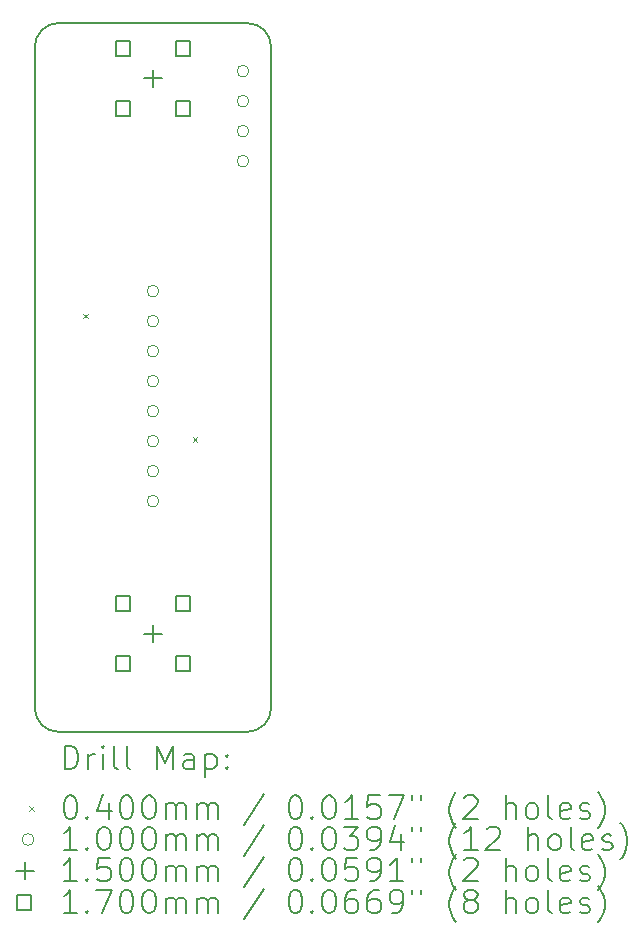
<source format=gbr>
%TF.GenerationSoftware,KiCad,Pcbnew,7.0.5*%
%TF.CreationDate,2023-06-23T15:01:13-05:00*%
%TF.ProjectId,Single.Channel.Amp,53696e67-6c65-42e4-9368-616e6e656c2e,rev?*%
%TF.SameCoordinates,Original*%
%TF.FileFunction,Drillmap*%
%TF.FilePolarity,Positive*%
%FSLAX45Y45*%
G04 Gerber Fmt 4.5, Leading zero omitted, Abs format (unit mm)*
G04 Created by KiCad (PCBNEW 7.0.5) date 2023-06-23 15:01:13*
%MOMM*%
%LPD*%
G01*
G04 APERTURE LIST*
%ADD10C,0.150000*%
%ADD11C,0.200000*%
%ADD12C,0.040000*%
%ADD13C,0.100000*%
%ADD14C,0.170000*%
G04 APERTURE END LIST*
D10*
X7300000Y-7531000D02*
G75*
G03*
X7500000Y-7331000I0J200000D01*
G01*
X5700000Y-1531000D02*
X7300000Y-1531000D01*
X5700000Y-7531000D02*
X7300000Y-7531000D01*
X5500000Y-7331000D02*
G75*
G03*
X5700000Y-7531000I200000J0D01*
G01*
X5500000Y-7331000D02*
X5500000Y-1731000D01*
X7500000Y-1731000D02*
X7500000Y-7331000D01*
X7500000Y-1731000D02*
G75*
G03*
X7300000Y-1531000I-200000J0D01*
G01*
X5700000Y-1531000D02*
G75*
G03*
X5500000Y-1731000I0J-200000D01*
G01*
D11*
D12*
X5907500Y-3991000D02*
X5947500Y-4031000D01*
X5947500Y-3991000D02*
X5907500Y-4031000D01*
X6835500Y-5034500D02*
X6875500Y-5074500D01*
X6875500Y-5034500D02*
X6835500Y-5074500D01*
D13*
X6550000Y-3800000D02*
G75*
G03*
X6550000Y-3800000I-50000J0D01*
G01*
X6550000Y-4054000D02*
G75*
G03*
X6550000Y-4054000I-50000J0D01*
G01*
X6550000Y-4308000D02*
G75*
G03*
X6550000Y-4308000I-50000J0D01*
G01*
X6550000Y-4562000D02*
G75*
G03*
X6550000Y-4562000I-50000J0D01*
G01*
X6550000Y-4816000D02*
G75*
G03*
X6550000Y-4816000I-50000J0D01*
G01*
X6550000Y-5070000D02*
G75*
G03*
X6550000Y-5070000I-50000J0D01*
G01*
X6550000Y-5324000D02*
G75*
G03*
X6550000Y-5324000I-50000J0D01*
G01*
X6550000Y-5578000D02*
G75*
G03*
X6550000Y-5578000I-50000J0D01*
G01*
X7312000Y-1937000D02*
G75*
G03*
X7312000Y-1937000I-50000J0D01*
G01*
X7312000Y-2191000D02*
G75*
G03*
X7312000Y-2191000I-50000J0D01*
G01*
X7312000Y-2445000D02*
G75*
G03*
X7312000Y-2445000I-50000J0D01*
G01*
X7312000Y-2699000D02*
G75*
G03*
X7312000Y-2699000I-50000J0D01*
G01*
D10*
X6500000Y-1925000D02*
X6500000Y-2075000D01*
X6425000Y-2000000D02*
X6575000Y-2000000D01*
X6500000Y-6625000D02*
X6500000Y-6775000D01*
X6425000Y-6700000D02*
X6575000Y-6700000D01*
D14*
X6306105Y-1806105D02*
X6306105Y-1685895D01*
X6185895Y-1685895D01*
X6185895Y-1806105D01*
X6306105Y-1806105D01*
X6306105Y-2314105D02*
X6306105Y-2193895D01*
X6185895Y-2193895D01*
X6185895Y-2314105D01*
X6306105Y-2314105D01*
X6306105Y-6506105D02*
X6306105Y-6385895D01*
X6185895Y-6385895D01*
X6185895Y-6506105D01*
X6306105Y-6506105D01*
X6306105Y-7014105D02*
X6306105Y-6893895D01*
X6185895Y-6893895D01*
X6185895Y-7014105D01*
X6306105Y-7014105D01*
X6814105Y-1806105D02*
X6814105Y-1685895D01*
X6693895Y-1685895D01*
X6693895Y-1806105D01*
X6814105Y-1806105D01*
X6814105Y-2314105D02*
X6814105Y-2193895D01*
X6693895Y-2193895D01*
X6693895Y-2314105D01*
X6814105Y-2314105D01*
X6814105Y-6506105D02*
X6814105Y-6385895D01*
X6693895Y-6385895D01*
X6693895Y-6506105D01*
X6814105Y-6506105D01*
X6814105Y-7014105D02*
X6814105Y-6893895D01*
X6693895Y-6893895D01*
X6693895Y-7014105D01*
X6814105Y-7014105D01*
D11*
X5753277Y-7849984D02*
X5753277Y-7649984D01*
X5753277Y-7649984D02*
X5800896Y-7649984D01*
X5800896Y-7649984D02*
X5829467Y-7659508D01*
X5829467Y-7659508D02*
X5848515Y-7678555D01*
X5848515Y-7678555D02*
X5858039Y-7697603D01*
X5858039Y-7697603D02*
X5867562Y-7735698D01*
X5867562Y-7735698D02*
X5867562Y-7764269D01*
X5867562Y-7764269D02*
X5858039Y-7802365D01*
X5858039Y-7802365D02*
X5848515Y-7821412D01*
X5848515Y-7821412D02*
X5829467Y-7840460D01*
X5829467Y-7840460D02*
X5800896Y-7849984D01*
X5800896Y-7849984D02*
X5753277Y-7849984D01*
X5953277Y-7849984D02*
X5953277Y-7716650D01*
X5953277Y-7754746D02*
X5962801Y-7735698D01*
X5962801Y-7735698D02*
X5972324Y-7726174D01*
X5972324Y-7726174D02*
X5991372Y-7716650D01*
X5991372Y-7716650D02*
X6010420Y-7716650D01*
X6077086Y-7849984D02*
X6077086Y-7716650D01*
X6077086Y-7649984D02*
X6067562Y-7659508D01*
X6067562Y-7659508D02*
X6077086Y-7669031D01*
X6077086Y-7669031D02*
X6086610Y-7659508D01*
X6086610Y-7659508D02*
X6077086Y-7649984D01*
X6077086Y-7649984D02*
X6077086Y-7669031D01*
X6200896Y-7849984D02*
X6181848Y-7840460D01*
X6181848Y-7840460D02*
X6172324Y-7821412D01*
X6172324Y-7821412D02*
X6172324Y-7649984D01*
X6305658Y-7849984D02*
X6286610Y-7840460D01*
X6286610Y-7840460D02*
X6277086Y-7821412D01*
X6277086Y-7821412D02*
X6277086Y-7649984D01*
X6534229Y-7849984D02*
X6534229Y-7649984D01*
X6534229Y-7649984D02*
X6600896Y-7792841D01*
X6600896Y-7792841D02*
X6667562Y-7649984D01*
X6667562Y-7649984D02*
X6667562Y-7849984D01*
X6848515Y-7849984D02*
X6848515Y-7745222D01*
X6848515Y-7745222D02*
X6838991Y-7726174D01*
X6838991Y-7726174D02*
X6819943Y-7716650D01*
X6819943Y-7716650D02*
X6781848Y-7716650D01*
X6781848Y-7716650D02*
X6762801Y-7726174D01*
X6848515Y-7840460D02*
X6829467Y-7849984D01*
X6829467Y-7849984D02*
X6781848Y-7849984D01*
X6781848Y-7849984D02*
X6762801Y-7840460D01*
X6762801Y-7840460D02*
X6753277Y-7821412D01*
X6753277Y-7821412D02*
X6753277Y-7802365D01*
X6753277Y-7802365D02*
X6762801Y-7783317D01*
X6762801Y-7783317D02*
X6781848Y-7773793D01*
X6781848Y-7773793D02*
X6829467Y-7773793D01*
X6829467Y-7773793D02*
X6848515Y-7764269D01*
X6943753Y-7716650D02*
X6943753Y-7916650D01*
X6943753Y-7726174D02*
X6962801Y-7716650D01*
X6962801Y-7716650D02*
X7000896Y-7716650D01*
X7000896Y-7716650D02*
X7019943Y-7726174D01*
X7019943Y-7726174D02*
X7029467Y-7735698D01*
X7029467Y-7735698D02*
X7038991Y-7754746D01*
X7038991Y-7754746D02*
X7038991Y-7811888D01*
X7038991Y-7811888D02*
X7029467Y-7830936D01*
X7029467Y-7830936D02*
X7019943Y-7840460D01*
X7019943Y-7840460D02*
X7000896Y-7849984D01*
X7000896Y-7849984D02*
X6962801Y-7849984D01*
X6962801Y-7849984D02*
X6943753Y-7840460D01*
X7124705Y-7830936D02*
X7134229Y-7840460D01*
X7134229Y-7840460D02*
X7124705Y-7849984D01*
X7124705Y-7849984D02*
X7115182Y-7840460D01*
X7115182Y-7840460D02*
X7124705Y-7830936D01*
X7124705Y-7830936D02*
X7124705Y-7849984D01*
X7124705Y-7726174D02*
X7134229Y-7735698D01*
X7134229Y-7735698D02*
X7124705Y-7745222D01*
X7124705Y-7745222D02*
X7115182Y-7735698D01*
X7115182Y-7735698D02*
X7124705Y-7726174D01*
X7124705Y-7726174D02*
X7124705Y-7745222D01*
D12*
X5452500Y-8158500D02*
X5492500Y-8198500D01*
X5492500Y-8158500D02*
X5452500Y-8198500D01*
D11*
X5791372Y-8069984D02*
X5810420Y-8069984D01*
X5810420Y-8069984D02*
X5829467Y-8079508D01*
X5829467Y-8079508D02*
X5838991Y-8089031D01*
X5838991Y-8089031D02*
X5848515Y-8108079D01*
X5848515Y-8108079D02*
X5858039Y-8146174D01*
X5858039Y-8146174D02*
X5858039Y-8193793D01*
X5858039Y-8193793D02*
X5848515Y-8231888D01*
X5848515Y-8231888D02*
X5838991Y-8250936D01*
X5838991Y-8250936D02*
X5829467Y-8260460D01*
X5829467Y-8260460D02*
X5810420Y-8269984D01*
X5810420Y-8269984D02*
X5791372Y-8269984D01*
X5791372Y-8269984D02*
X5772324Y-8260460D01*
X5772324Y-8260460D02*
X5762801Y-8250936D01*
X5762801Y-8250936D02*
X5753277Y-8231888D01*
X5753277Y-8231888D02*
X5743753Y-8193793D01*
X5743753Y-8193793D02*
X5743753Y-8146174D01*
X5743753Y-8146174D02*
X5753277Y-8108079D01*
X5753277Y-8108079D02*
X5762801Y-8089031D01*
X5762801Y-8089031D02*
X5772324Y-8079508D01*
X5772324Y-8079508D02*
X5791372Y-8069984D01*
X5943753Y-8250936D02*
X5953277Y-8260460D01*
X5953277Y-8260460D02*
X5943753Y-8269984D01*
X5943753Y-8269984D02*
X5934229Y-8260460D01*
X5934229Y-8260460D02*
X5943753Y-8250936D01*
X5943753Y-8250936D02*
X5943753Y-8269984D01*
X6124705Y-8136650D02*
X6124705Y-8269984D01*
X6077086Y-8060460D02*
X6029467Y-8203317D01*
X6029467Y-8203317D02*
X6153277Y-8203317D01*
X6267562Y-8069984D02*
X6286610Y-8069984D01*
X6286610Y-8069984D02*
X6305658Y-8079508D01*
X6305658Y-8079508D02*
X6315182Y-8089031D01*
X6315182Y-8089031D02*
X6324705Y-8108079D01*
X6324705Y-8108079D02*
X6334229Y-8146174D01*
X6334229Y-8146174D02*
X6334229Y-8193793D01*
X6334229Y-8193793D02*
X6324705Y-8231888D01*
X6324705Y-8231888D02*
X6315182Y-8250936D01*
X6315182Y-8250936D02*
X6305658Y-8260460D01*
X6305658Y-8260460D02*
X6286610Y-8269984D01*
X6286610Y-8269984D02*
X6267562Y-8269984D01*
X6267562Y-8269984D02*
X6248515Y-8260460D01*
X6248515Y-8260460D02*
X6238991Y-8250936D01*
X6238991Y-8250936D02*
X6229467Y-8231888D01*
X6229467Y-8231888D02*
X6219943Y-8193793D01*
X6219943Y-8193793D02*
X6219943Y-8146174D01*
X6219943Y-8146174D02*
X6229467Y-8108079D01*
X6229467Y-8108079D02*
X6238991Y-8089031D01*
X6238991Y-8089031D02*
X6248515Y-8079508D01*
X6248515Y-8079508D02*
X6267562Y-8069984D01*
X6458039Y-8069984D02*
X6477086Y-8069984D01*
X6477086Y-8069984D02*
X6496134Y-8079508D01*
X6496134Y-8079508D02*
X6505658Y-8089031D01*
X6505658Y-8089031D02*
X6515182Y-8108079D01*
X6515182Y-8108079D02*
X6524705Y-8146174D01*
X6524705Y-8146174D02*
X6524705Y-8193793D01*
X6524705Y-8193793D02*
X6515182Y-8231888D01*
X6515182Y-8231888D02*
X6505658Y-8250936D01*
X6505658Y-8250936D02*
X6496134Y-8260460D01*
X6496134Y-8260460D02*
X6477086Y-8269984D01*
X6477086Y-8269984D02*
X6458039Y-8269984D01*
X6458039Y-8269984D02*
X6438991Y-8260460D01*
X6438991Y-8260460D02*
X6429467Y-8250936D01*
X6429467Y-8250936D02*
X6419943Y-8231888D01*
X6419943Y-8231888D02*
X6410420Y-8193793D01*
X6410420Y-8193793D02*
X6410420Y-8146174D01*
X6410420Y-8146174D02*
X6419943Y-8108079D01*
X6419943Y-8108079D02*
X6429467Y-8089031D01*
X6429467Y-8089031D02*
X6438991Y-8079508D01*
X6438991Y-8079508D02*
X6458039Y-8069984D01*
X6610420Y-8269984D02*
X6610420Y-8136650D01*
X6610420Y-8155698D02*
X6619943Y-8146174D01*
X6619943Y-8146174D02*
X6638991Y-8136650D01*
X6638991Y-8136650D02*
X6667563Y-8136650D01*
X6667563Y-8136650D02*
X6686610Y-8146174D01*
X6686610Y-8146174D02*
X6696134Y-8165222D01*
X6696134Y-8165222D02*
X6696134Y-8269984D01*
X6696134Y-8165222D02*
X6705658Y-8146174D01*
X6705658Y-8146174D02*
X6724705Y-8136650D01*
X6724705Y-8136650D02*
X6753277Y-8136650D01*
X6753277Y-8136650D02*
X6772324Y-8146174D01*
X6772324Y-8146174D02*
X6781848Y-8165222D01*
X6781848Y-8165222D02*
X6781848Y-8269984D01*
X6877086Y-8269984D02*
X6877086Y-8136650D01*
X6877086Y-8155698D02*
X6886610Y-8146174D01*
X6886610Y-8146174D02*
X6905658Y-8136650D01*
X6905658Y-8136650D02*
X6934229Y-8136650D01*
X6934229Y-8136650D02*
X6953277Y-8146174D01*
X6953277Y-8146174D02*
X6962801Y-8165222D01*
X6962801Y-8165222D02*
X6962801Y-8269984D01*
X6962801Y-8165222D02*
X6972324Y-8146174D01*
X6972324Y-8146174D02*
X6991372Y-8136650D01*
X6991372Y-8136650D02*
X7019943Y-8136650D01*
X7019943Y-8136650D02*
X7038991Y-8146174D01*
X7038991Y-8146174D02*
X7048515Y-8165222D01*
X7048515Y-8165222D02*
X7048515Y-8269984D01*
X7438991Y-8060460D02*
X7267563Y-8317603D01*
X7696134Y-8069984D02*
X7715182Y-8069984D01*
X7715182Y-8069984D02*
X7734229Y-8079508D01*
X7734229Y-8079508D02*
X7743753Y-8089031D01*
X7743753Y-8089031D02*
X7753277Y-8108079D01*
X7753277Y-8108079D02*
X7762801Y-8146174D01*
X7762801Y-8146174D02*
X7762801Y-8193793D01*
X7762801Y-8193793D02*
X7753277Y-8231888D01*
X7753277Y-8231888D02*
X7743753Y-8250936D01*
X7743753Y-8250936D02*
X7734229Y-8260460D01*
X7734229Y-8260460D02*
X7715182Y-8269984D01*
X7715182Y-8269984D02*
X7696134Y-8269984D01*
X7696134Y-8269984D02*
X7677086Y-8260460D01*
X7677086Y-8260460D02*
X7667563Y-8250936D01*
X7667563Y-8250936D02*
X7658039Y-8231888D01*
X7658039Y-8231888D02*
X7648515Y-8193793D01*
X7648515Y-8193793D02*
X7648515Y-8146174D01*
X7648515Y-8146174D02*
X7658039Y-8108079D01*
X7658039Y-8108079D02*
X7667563Y-8089031D01*
X7667563Y-8089031D02*
X7677086Y-8079508D01*
X7677086Y-8079508D02*
X7696134Y-8069984D01*
X7848515Y-8250936D02*
X7858039Y-8260460D01*
X7858039Y-8260460D02*
X7848515Y-8269984D01*
X7848515Y-8269984D02*
X7838991Y-8260460D01*
X7838991Y-8260460D02*
X7848515Y-8250936D01*
X7848515Y-8250936D02*
X7848515Y-8269984D01*
X7981848Y-8069984D02*
X8000896Y-8069984D01*
X8000896Y-8069984D02*
X8019944Y-8079508D01*
X8019944Y-8079508D02*
X8029467Y-8089031D01*
X8029467Y-8089031D02*
X8038991Y-8108079D01*
X8038991Y-8108079D02*
X8048515Y-8146174D01*
X8048515Y-8146174D02*
X8048515Y-8193793D01*
X8048515Y-8193793D02*
X8038991Y-8231888D01*
X8038991Y-8231888D02*
X8029467Y-8250936D01*
X8029467Y-8250936D02*
X8019944Y-8260460D01*
X8019944Y-8260460D02*
X8000896Y-8269984D01*
X8000896Y-8269984D02*
X7981848Y-8269984D01*
X7981848Y-8269984D02*
X7962801Y-8260460D01*
X7962801Y-8260460D02*
X7953277Y-8250936D01*
X7953277Y-8250936D02*
X7943753Y-8231888D01*
X7943753Y-8231888D02*
X7934229Y-8193793D01*
X7934229Y-8193793D02*
X7934229Y-8146174D01*
X7934229Y-8146174D02*
X7943753Y-8108079D01*
X7943753Y-8108079D02*
X7953277Y-8089031D01*
X7953277Y-8089031D02*
X7962801Y-8079508D01*
X7962801Y-8079508D02*
X7981848Y-8069984D01*
X8238991Y-8269984D02*
X8124706Y-8269984D01*
X8181848Y-8269984D02*
X8181848Y-8069984D01*
X8181848Y-8069984D02*
X8162801Y-8098555D01*
X8162801Y-8098555D02*
X8143753Y-8117603D01*
X8143753Y-8117603D02*
X8124706Y-8127127D01*
X8419944Y-8069984D02*
X8324706Y-8069984D01*
X8324706Y-8069984D02*
X8315182Y-8165222D01*
X8315182Y-8165222D02*
X8324706Y-8155698D01*
X8324706Y-8155698D02*
X8343753Y-8146174D01*
X8343753Y-8146174D02*
X8391372Y-8146174D01*
X8391372Y-8146174D02*
X8410420Y-8155698D01*
X8410420Y-8155698D02*
X8419944Y-8165222D01*
X8419944Y-8165222D02*
X8429468Y-8184269D01*
X8429468Y-8184269D02*
X8429468Y-8231888D01*
X8429468Y-8231888D02*
X8419944Y-8250936D01*
X8419944Y-8250936D02*
X8410420Y-8260460D01*
X8410420Y-8260460D02*
X8391372Y-8269984D01*
X8391372Y-8269984D02*
X8343753Y-8269984D01*
X8343753Y-8269984D02*
X8324706Y-8260460D01*
X8324706Y-8260460D02*
X8315182Y-8250936D01*
X8496134Y-8069984D02*
X8629468Y-8069984D01*
X8629468Y-8069984D02*
X8543753Y-8269984D01*
X8696134Y-8069984D02*
X8696134Y-8108079D01*
X8772325Y-8069984D02*
X8772325Y-8108079D01*
X9067563Y-8346174D02*
X9058039Y-8336650D01*
X9058039Y-8336650D02*
X9038991Y-8308079D01*
X9038991Y-8308079D02*
X9029468Y-8289031D01*
X9029468Y-8289031D02*
X9019944Y-8260460D01*
X9019944Y-8260460D02*
X9010420Y-8212841D01*
X9010420Y-8212841D02*
X9010420Y-8174746D01*
X9010420Y-8174746D02*
X9019944Y-8127127D01*
X9019944Y-8127127D02*
X9029468Y-8098555D01*
X9029468Y-8098555D02*
X9038991Y-8079508D01*
X9038991Y-8079508D02*
X9058039Y-8050936D01*
X9058039Y-8050936D02*
X9067563Y-8041412D01*
X9134230Y-8089031D02*
X9143753Y-8079508D01*
X9143753Y-8079508D02*
X9162801Y-8069984D01*
X9162801Y-8069984D02*
X9210420Y-8069984D01*
X9210420Y-8069984D02*
X9229468Y-8079508D01*
X9229468Y-8079508D02*
X9238991Y-8089031D01*
X9238991Y-8089031D02*
X9248515Y-8108079D01*
X9248515Y-8108079D02*
X9248515Y-8127127D01*
X9248515Y-8127127D02*
X9238991Y-8155698D01*
X9238991Y-8155698D02*
X9124706Y-8269984D01*
X9124706Y-8269984D02*
X9248515Y-8269984D01*
X9486611Y-8269984D02*
X9486611Y-8069984D01*
X9572325Y-8269984D02*
X9572325Y-8165222D01*
X9572325Y-8165222D02*
X9562801Y-8146174D01*
X9562801Y-8146174D02*
X9543753Y-8136650D01*
X9543753Y-8136650D02*
X9515182Y-8136650D01*
X9515182Y-8136650D02*
X9496134Y-8146174D01*
X9496134Y-8146174D02*
X9486611Y-8155698D01*
X9696134Y-8269984D02*
X9677087Y-8260460D01*
X9677087Y-8260460D02*
X9667563Y-8250936D01*
X9667563Y-8250936D02*
X9658039Y-8231888D01*
X9658039Y-8231888D02*
X9658039Y-8174746D01*
X9658039Y-8174746D02*
X9667563Y-8155698D01*
X9667563Y-8155698D02*
X9677087Y-8146174D01*
X9677087Y-8146174D02*
X9696134Y-8136650D01*
X9696134Y-8136650D02*
X9724706Y-8136650D01*
X9724706Y-8136650D02*
X9743753Y-8146174D01*
X9743753Y-8146174D02*
X9753277Y-8155698D01*
X9753277Y-8155698D02*
X9762801Y-8174746D01*
X9762801Y-8174746D02*
X9762801Y-8231888D01*
X9762801Y-8231888D02*
X9753277Y-8250936D01*
X9753277Y-8250936D02*
X9743753Y-8260460D01*
X9743753Y-8260460D02*
X9724706Y-8269984D01*
X9724706Y-8269984D02*
X9696134Y-8269984D01*
X9877087Y-8269984D02*
X9858039Y-8260460D01*
X9858039Y-8260460D02*
X9848515Y-8241412D01*
X9848515Y-8241412D02*
X9848515Y-8069984D01*
X10029468Y-8260460D02*
X10010420Y-8269984D01*
X10010420Y-8269984D02*
X9972325Y-8269984D01*
X9972325Y-8269984D02*
X9953277Y-8260460D01*
X9953277Y-8260460D02*
X9943753Y-8241412D01*
X9943753Y-8241412D02*
X9943753Y-8165222D01*
X9943753Y-8165222D02*
X9953277Y-8146174D01*
X9953277Y-8146174D02*
X9972325Y-8136650D01*
X9972325Y-8136650D02*
X10010420Y-8136650D01*
X10010420Y-8136650D02*
X10029468Y-8146174D01*
X10029468Y-8146174D02*
X10038992Y-8165222D01*
X10038992Y-8165222D02*
X10038992Y-8184269D01*
X10038992Y-8184269D02*
X9943753Y-8203317D01*
X10115182Y-8260460D02*
X10134230Y-8269984D01*
X10134230Y-8269984D02*
X10172325Y-8269984D01*
X10172325Y-8269984D02*
X10191373Y-8260460D01*
X10191373Y-8260460D02*
X10200896Y-8241412D01*
X10200896Y-8241412D02*
X10200896Y-8231888D01*
X10200896Y-8231888D02*
X10191373Y-8212841D01*
X10191373Y-8212841D02*
X10172325Y-8203317D01*
X10172325Y-8203317D02*
X10143753Y-8203317D01*
X10143753Y-8203317D02*
X10124706Y-8193793D01*
X10124706Y-8193793D02*
X10115182Y-8174746D01*
X10115182Y-8174746D02*
X10115182Y-8165222D01*
X10115182Y-8165222D02*
X10124706Y-8146174D01*
X10124706Y-8146174D02*
X10143753Y-8136650D01*
X10143753Y-8136650D02*
X10172325Y-8136650D01*
X10172325Y-8136650D02*
X10191373Y-8146174D01*
X10267563Y-8346174D02*
X10277087Y-8336650D01*
X10277087Y-8336650D02*
X10296134Y-8308079D01*
X10296134Y-8308079D02*
X10305658Y-8289031D01*
X10305658Y-8289031D02*
X10315182Y-8260460D01*
X10315182Y-8260460D02*
X10324706Y-8212841D01*
X10324706Y-8212841D02*
X10324706Y-8174746D01*
X10324706Y-8174746D02*
X10315182Y-8127127D01*
X10315182Y-8127127D02*
X10305658Y-8098555D01*
X10305658Y-8098555D02*
X10296134Y-8079508D01*
X10296134Y-8079508D02*
X10277087Y-8050936D01*
X10277087Y-8050936D02*
X10267563Y-8041412D01*
D13*
X5492500Y-8442500D02*
G75*
G03*
X5492500Y-8442500I-50000J0D01*
G01*
D11*
X5858039Y-8533984D02*
X5743753Y-8533984D01*
X5800896Y-8533984D02*
X5800896Y-8333984D01*
X5800896Y-8333984D02*
X5781848Y-8362555D01*
X5781848Y-8362555D02*
X5762801Y-8381603D01*
X5762801Y-8381603D02*
X5743753Y-8391127D01*
X5943753Y-8514936D02*
X5953277Y-8524460D01*
X5953277Y-8524460D02*
X5943753Y-8533984D01*
X5943753Y-8533984D02*
X5934229Y-8524460D01*
X5934229Y-8524460D02*
X5943753Y-8514936D01*
X5943753Y-8514936D02*
X5943753Y-8533984D01*
X6077086Y-8333984D02*
X6096134Y-8333984D01*
X6096134Y-8333984D02*
X6115182Y-8343508D01*
X6115182Y-8343508D02*
X6124705Y-8353031D01*
X6124705Y-8353031D02*
X6134229Y-8372079D01*
X6134229Y-8372079D02*
X6143753Y-8410174D01*
X6143753Y-8410174D02*
X6143753Y-8457793D01*
X6143753Y-8457793D02*
X6134229Y-8495889D01*
X6134229Y-8495889D02*
X6124705Y-8514936D01*
X6124705Y-8514936D02*
X6115182Y-8524460D01*
X6115182Y-8524460D02*
X6096134Y-8533984D01*
X6096134Y-8533984D02*
X6077086Y-8533984D01*
X6077086Y-8533984D02*
X6058039Y-8524460D01*
X6058039Y-8524460D02*
X6048515Y-8514936D01*
X6048515Y-8514936D02*
X6038991Y-8495889D01*
X6038991Y-8495889D02*
X6029467Y-8457793D01*
X6029467Y-8457793D02*
X6029467Y-8410174D01*
X6029467Y-8410174D02*
X6038991Y-8372079D01*
X6038991Y-8372079D02*
X6048515Y-8353031D01*
X6048515Y-8353031D02*
X6058039Y-8343508D01*
X6058039Y-8343508D02*
X6077086Y-8333984D01*
X6267562Y-8333984D02*
X6286610Y-8333984D01*
X6286610Y-8333984D02*
X6305658Y-8343508D01*
X6305658Y-8343508D02*
X6315182Y-8353031D01*
X6315182Y-8353031D02*
X6324705Y-8372079D01*
X6324705Y-8372079D02*
X6334229Y-8410174D01*
X6334229Y-8410174D02*
X6334229Y-8457793D01*
X6334229Y-8457793D02*
X6324705Y-8495889D01*
X6324705Y-8495889D02*
X6315182Y-8514936D01*
X6315182Y-8514936D02*
X6305658Y-8524460D01*
X6305658Y-8524460D02*
X6286610Y-8533984D01*
X6286610Y-8533984D02*
X6267562Y-8533984D01*
X6267562Y-8533984D02*
X6248515Y-8524460D01*
X6248515Y-8524460D02*
X6238991Y-8514936D01*
X6238991Y-8514936D02*
X6229467Y-8495889D01*
X6229467Y-8495889D02*
X6219943Y-8457793D01*
X6219943Y-8457793D02*
X6219943Y-8410174D01*
X6219943Y-8410174D02*
X6229467Y-8372079D01*
X6229467Y-8372079D02*
X6238991Y-8353031D01*
X6238991Y-8353031D02*
X6248515Y-8343508D01*
X6248515Y-8343508D02*
X6267562Y-8333984D01*
X6458039Y-8333984D02*
X6477086Y-8333984D01*
X6477086Y-8333984D02*
X6496134Y-8343508D01*
X6496134Y-8343508D02*
X6505658Y-8353031D01*
X6505658Y-8353031D02*
X6515182Y-8372079D01*
X6515182Y-8372079D02*
X6524705Y-8410174D01*
X6524705Y-8410174D02*
X6524705Y-8457793D01*
X6524705Y-8457793D02*
X6515182Y-8495889D01*
X6515182Y-8495889D02*
X6505658Y-8514936D01*
X6505658Y-8514936D02*
X6496134Y-8524460D01*
X6496134Y-8524460D02*
X6477086Y-8533984D01*
X6477086Y-8533984D02*
X6458039Y-8533984D01*
X6458039Y-8533984D02*
X6438991Y-8524460D01*
X6438991Y-8524460D02*
X6429467Y-8514936D01*
X6429467Y-8514936D02*
X6419943Y-8495889D01*
X6419943Y-8495889D02*
X6410420Y-8457793D01*
X6410420Y-8457793D02*
X6410420Y-8410174D01*
X6410420Y-8410174D02*
X6419943Y-8372079D01*
X6419943Y-8372079D02*
X6429467Y-8353031D01*
X6429467Y-8353031D02*
X6438991Y-8343508D01*
X6438991Y-8343508D02*
X6458039Y-8333984D01*
X6610420Y-8533984D02*
X6610420Y-8400650D01*
X6610420Y-8419698D02*
X6619943Y-8410174D01*
X6619943Y-8410174D02*
X6638991Y-8400650D01*
X6638991Y-8400650D02*
X6667563Y-8400650D01*
X6667563Y-8400650D02*
X6686610Y-8410174D01*
X6686610Y-8410174D02*
X6696134Y-8429222D01*
X6696134Y-8429222D02*
X6696134Y-8533984D01*
X6696134Y-8429222D02*
X6705658Y-8410174D01*
X6705658Y-8410174D02*
X6724705Y-8400650D01*
X6724705Y-8400650D02*
X6753277Y-8400650D01*
X6753277Y-8400650D02*
X6772324Y-8410174D01*
X6772324Y-8410174D02*
X6781848Y-8429222D01*
X6781848Y-8429222D02*
X6781848Y-8533984D01*
X6877086Y-8533984D02*
X6877086Y-8400650D01*
X6877086Y-8419698D02*
X6886610Y-8410174D01*
X6886610Y-8410174D02*
X6905658Y-8400650D01*
X6905658Y-8400650D02*
X6934229Y-8400650D01*
X6934229Y-8400650D02*
X6953277Y-8410174D01*
X6953277Y-8410174D02*
X6962801Y-8429222D01*
X6962801Y-8429222D02*
X6962801Y-8533984D01*
X6962801Y-8429222D02*
X6972324Y-8410174D01*
X6972324Y-8410174D02*
X6991372Y-8400650D01*
X6991372Y-8400650D02*
X7019943Y-8400650D01*
X7019943Y-8400650D02*
X7038991Y-8410174D01*
X7038991Y-8410174D02*
X7048515Y-8429222D01*
X7048515Y-8429222D02*
X7048515Y-8533984D01*
X7438991Y-8324460D02*
X7267563Y-8581603D01*
X7696134Y-8333984D02*
X7715182Y-8333984D01*
X7715182Y-8333984D02*
X7734229Y-8343508D01*
X7734229Y-8343508D02*
X7743753Y-8353031D01*
X7743753Y-8353031D02*
X7753277Y-8372079D01*
X7753277Y-8372079D02*
X7762801Y-8410174D01*
X7762801Y-8410174D02*
X7762801Y-8457793D01*
X7762801Y-8457793D02*
X7753277Y-8495889D01*
X7753277Y-8495889D02*
X7743753Y-8514936D01*
X7743753Y-8514936D02*
X7734229Y-8524460D01*
X7734229Y-8524460D02*
X7715182Y-8533984D01*
X7715182Y-8533984D02*
X7696134Y-8533984D01*
X7696134Y-8533984D02*
X7677086Y-8524460D01*
X7677086Y-8524460D02*
X7667563Y-8514936D01*
X7667563Y-8514936D02*
X7658039Y-8495889D01*
X7658039Y-8495889D02*
X7648515Y-8457793D01*
X7648515Y-8457793D02*
X7648515Y-8410174D01*
X7648515Y-8410174D02*
X7658039Y-8372079D01*
X7658039Y-8372079D02*
X7667563Y-8353031D01*
X7667563Y-8353031D02*
X7677086Y-8343508D01*
X7677086Y-8343508D02*
X7696134Y-8333984D01*
X7848515Y-8514936D02*
X7858039Y-8524460D01*
X7858039Y-8524460D02*
X7848515Y-8533984D01*
X7848515Y-8533984D02*
X7838991Y-8524460D01*
X7838991Y-8524460D02*
X7848515Y-8514936D01*
X7848515Y-8514936D02*
X7848515Y-8533984D01*
X7981848Y-8333984D02*
X8000896Y-8333984D01*
X8000896Y-8333984D02*
X8019944Y-8343508D01*
X8019944Y-8343508D02*
X8029467Y-8353031D01*
X8029467Y-8353031D02*
X8038991Y-8372079D01*
X8038991Y-8372079D02*
X8048515Y-8410174D01*
X8048515Y-8410174D02*
X8048515Y-8457793D01*
X8048515Y-8457793D02*
X8038991Y-8495889D01*
X8038991Y-8495889D02*
X8029467Y-8514936D01*
X8029467Y-8514936D02*
X8019944Y-8524460D01*
X8019944Y-8524460D02*
X8000896Y-8533984D01*
X8000896Y-8533984D02*
X7981848Y-8533984D01*
X7981848Y-8533984D02*
X7962801Y-8524460D01*
X7962801Y-8524460D02*
X7953277Y-8514936D01*
X7953277Y-8514936D02*
X7943753Y-8495889D01*
X7943753Y-8495889D02*
X7934229Y-8457793D01*
X7934229Y-8457793D02*
X7934229Y-8410174D01*
X7934229Y-8410174D02*
X7943753Y-8372079D01*
X7943753Y-8372079D02*
X7953277Y-8353031D01*
X7953277Y-8353031D02*
X7962801Y-8343508D01*
X7962801Y-8343508D02*
X7981848Y-8333984D01*
X8115182Y-8333984D02*
X8238991Y-8333984D01*
X8238991Y-8333984D02*
X8172325Y-8410174D01*
X8172325Y-8410174D02*
X8200896Y-8410174D01*
X8200896Y-8410174D02*
X8219944Y-8419698D01*
X8219944Y-8419698D02*
X8229467Y-8429222D01*
X8229467Y-8429222D02*
X8238991Y-8448270D01*
X8238991Y-8448270D02*
X8238991Y-8495889D01*
X8238991Y-8495889D02*
X8229467Y-8514936D01*
X8229467Y-8514936D02*
X8219944Y-8524460D01*
X8219944Y-8524460D02*
X8200896Y-8533984D01*
X8200896Y-8533984D02*
X8143753Y-8533984D01*
X8143753Y-8533984D02*
X8124706Y-8524460D01*
X8124706Y-8524460D02*
X8115182Y-8514936D01*
X8334229Y-8533984D02*
X8372325Y-8533984D01*
X8372325Y-8533984D02*
X8391372Y-8524460D01*
X8391372Y-8524460D02*
X8400896Y-8514936D01*
X8400896Y-8514936D02*
X8419944Y-8486365D01*
X8419944Y-8486365D02*
X8429468Y-8448270D01*
X8429468Y-8448270D02*
X8429468Y-8372079D01*
X8429468Y-8372079D02*
X8419944Y-8353031D01*
X8419944Y-8353031D02*
X8410420Y-8343508D01*
X8410420Y-8343508D02*
X8391372Y-8333984D01*
X8391372Y-8333984D02*
X8353277Y-8333984D01*
X8353277Y-8333984D02*
X8334229Y-8343508D01*
X8334229Y-8343508D02*
X8324706Y-8353031D01*
X8324706Y-8353031D02*
X8315182Y-8372079D01*
X8315182Y-8372079D02*
X8315182Y-8419698D01*
X8315182Y-8419698D02*
X8324706Y-8438746D01*
X8324706Y-8438746D02*
X8334229Y-8448270D01*
X8334229Y-8448270D02*
X8353277Y-8457793D01*
X8353277Y-8457793D02*
X8391372Y-8457793D01*
X8391372Y-8457793D02*
X8410420Y-8448270D01*
X8410420Y-8448270D02*
X8419944Y-8438746D01*
X8419944Y-8438746D02*
X8429468Y-8419698D01*
X8600896Y-8400650D02*
X8600896Y-8533984D01*
X8553277Y-8324460D02*
X8505658Y-8467317D01*
X8505658Y-8467317D02*
X8629468Y-8467317D01*
X8696134Y-8333984D02*
X8696134Y-8372079D01*
X8772325Y-8333984D02*
X8772325Y-8372079D01*
X9067563Y-8610174D02*
X9058039Y-8600650D01*
X9058039Y-8600650D02*
X9038991Y-8572079D01*
X9038991Y-8572079D02*
X9029468Y-8553031D01*
X9029468Y-8553031D02*
X9019944Y-8524460D01*
X9019944Y-8524460D02*
X9010420Y-8476841D01*
X9010420Y-8476841D02*
X9010420Y-8438746D01*
X9010420Y-8438746D02*
X9019944Y-8391127D01*
X9019944Y-8391127D02*
X9029468Y-8362555D01*
X9029468Y-8362555D02*
X9038991Y-8343508D01*
X9038991Y-8343508D02*
X9058039Y-8314936D01*
X9058039Y-8314936D02*
X9067563Y-8305412D01*
X9248515Y-8533984D02*
X9134230Y-8533984D01*
X9191372Y-8533984D02*
X9191372Y-8333984D01*
X9191372Y-8333984D02*
X9172325Y-8362555D01*
X9172325Y-8362555D02*
X9153277Y-8381603D01*
X9153277Y-8381603D02*
X9134230Y-8391127D01*
X9324706Y-8353031D02*
X9334230Y-8343508D01*
X9334230Y-8343508D02*
X9353277Y-8333984D01*
X9353277Y-8333984D02*
X9400896Y-8333984D01*
X9400896Y-8333984D02*
X9419944Y-8343508D01*
X9419944Y-8343508D02*
X9429468Y-8353031D01*
X9429468Y-8353031D02*
X9438991Y-8372079D01*
X9438991Y-8372079D02*
X9438991Y-8391127D01*
X9438991Y-8391127D02*
X9429468Y-8419698D01*
X9429468Y-8419698D02*
X9315182Y-8533984D01*
X9315182Y-8533984D02*
X9438991Y-8533984D01*
X9677087Y-8533984D02*
X9677087Y-8333984D01*
X9762801Y-8533984D02*
X9762801Y-8429222D01*
X9762801Y-8429222D02*
X9753277Y-8410174D01*
X9753277Y-8410174D02*
X9734230Y-8400650D01*
X9734230Y-8400650D02*
X9705658Y-8400650D01*
X9705658Y-8400650D02*
X9686611Y-8410174D01*
X9686611Y-8410174D02*
X9677087Y-8419698D01*
X9886611Y-8533984D02*
X9867563Y-8524460D01*
X9867563Y-8524460D02*
X9858039Y-8514936D01*
X9858039Y-8514936D02*
X9848515Y-8495889D01*
X9848515Y-8495889D02*
X9848515Y-8438746D01*
X9848515Y-8438746D02*
X9858039Y-8419698D01*
X9858039Y-8419698D02*
X9867563Y-8410174D01*
X9867563Y-8410174D02*
X9886611Y-8400650D01*
X9886611Y-8400650D02*
X9915182Y-8400650D01*
X9915182Y-8400650D02*
X9934230Y-8410174D01*
X9934230Y-8410174D02*
X9943753Y-8419698D01*
X9943753Y-8419698D02*
X9953277Y-8438746D01*
X9953277Y-8438746D02*
X9953277Y-8495889D01*
X9953277Y-8495889D02*
X9943753Y-8514936D01*
X9943753Y-8514936D02*
X9934230Y-8524460D01*
X9934230Y-8524460D02*
X9915182Y-8533984D01*
X9915182Y-8533984D02*
X9886611Y-8533984D01*
X10067563Y-8533984D02*
X10048515Y-8524460D01*
X10048515Y-8524460D02*
X10038992Y-8505412D01*
X10038992Y-8505412D02*
X10038992Y-8333984D01*
X10219944Y-8524460D02*
X10200896Y-8533984D01*
X10200896Y-8533984D02*
X10162801Y-8533984D01*
X10162801Y-8533984D02*
X10143753Y-8524460D01*
X10143753Y-8524460D02*
X10134230Y-8505412D01*
X10134230Y-8505412D02*
X10134230Y-8429222D01*
X10134230Y-8429222D02*
X10143753Y-8410174D01*
X10143753Y-8410174D02*
X10162801Y-8400650D01*
X10162801Y-8400650D02*
X10200896Y-8400650D01*
X10200896Y-8400650D02*
X10219944Y-8410174D01*
X10219944Y-8410174D02*
X10229468Y-8429222D01*
X10229468Y-8429222D02*
X10229468Y-8448270D01*
X10229468Y-8448270D02*
X10134230Y-8467317D01*
X10305658Y-8524460D02*
X10324706Y-8533984D01*
X10324706Y-8533984D02*
X10362801Y-8533984D01*
X10362801Y-8533984D02*
X10381849Y-8524460D01*
X10381849Y-8524460D02*
X10391373Y-8505412D01*
X10391373Y-8505412D02*
X10391373Y-8495889D01*
X10391373Y-8495889D02*
X10381849Y-8476841D01*
X10381849Y-8476841D02*
X10362801Y-8467317D01*
X10362801Y-8467317D02*
X10334230Y-8467317D01*
X10334230Y-8467317D02*
X10315182Y-8457793D01*
X10315182Y-8457793D02*
X10305658Y-8438746D01*
X10305658Y-8438746D02*
X10305658Y-8429222D01*
X10305658Y-8429222D02*
X10315182Y-8410174D01*
X10315182Y-8410174D02*
X10334230Y-8400650D01*
X10334230Y-8400650D02*
X10362801Y-8400650D01*
X10362801Y-8400650D02*
X10381849Y-8410174D01*
X10458039Y-8610174D02*
X10467563Y-8600650D01*
X10467563Y-8600650D02*
X10486611Y-8572079D01*
X10486611Y-8572079D02*
X10496134Y-8553031D01*
X10496134Y-8553031D02*
X10505658Y-8524460D01*
X10505658Y-8524460D02*
X10515182Y-8476841D01*
X10515182Y-8476841D02*
X10515182Y-8438746D01*
X10515182Y-8438746D02*
X10505658Y-8391127D01*
X10505658Y-8391127D02*
X10496134Y-8362555D01*
X10496134Y-8362555D02*
X10486611Y-8343508D01*
X10486611Y-8343508D02*
X10467563Y-8314936D01*
X10467563Y-8314936D02*
X10458039Y-8305412D01*
D10*
X5417500Y-8631500D02*
X5417500Y-8781500D01*
X5342500Y-8706500D02*
X5492500Y-8706500D01*
D11*
X5858039Y-8797984D02*
X5743753Y-8797984D01*
X5800896Y-8797984D02*
X5800896Y-8597984D01*
X5800896Y-8597984D02*
X5781848Y-8626555D01*
X5781848Y-8626555D02*
X5762801Y-8645603D01*
X5762801Y-8645603D02*
X5743753Y-8655127D01*
X5943753Y-8778936D02*
X5953277Y-8788460D01*
X5953277Y-8788460D02*
X5943753Y-8797984D01*
X5943753Y-8797984D02*
X5934229Y-8788460D01*
X5934229Y-8788460D02*
X5943753Y-8778936D01*
X5943753Y-8778936D02*
X5943753Y-8797984D01*
X6134229Y-8597984D02*
X6038991Y-8597984D01*
X6038991Y-8597984D02*
X6029467Y-8693222D01*
X6029467Y-8693222D02*
X6038991Y-8683698D01*
X6038991Y-8683698D02*
X6058039Y-8674174D01*
X6058039Y-8674174D02*
X6105658Y-8674174D01*
X6105658Y-8674174D02*
X6124705Y-8683698D01*
X6124705Y-8683698D02*
X6134229Y-8693222D01*
X6134229Y-8693222D02*
X6143753Y-8712270D01*
X6143753Y-8712270D02*
X6143753Y-8759889D01*
X6143753Y-8759889D02*
X6134229Y-8778936D01*
X6134229Y-8778936D02*
X6124705Y-8788460D01*
X6124705Y-8788460D02*
X6105658Y-8797984D01*
X6105658Y-8797984D02*
X6058039Y-8797984D01*
X6058039Y-8797984D02*
X6038991Y-8788460D01*
X6038991Y-8788460D02*
X6029467Y-8778936D01*
X6267562Y-8597984D02*
X6286610Y-8597984D01*
X6286610Y-8597984D02*
X6305658Y-8607508D01*
X6305658Y-8607508D02*
X6315182Y-8617031D01*
X6315182Y-8617031D02*
X6324705Y-8636079D01*
X6324705Y-8636079D02*
X6334229Y-8674174D01*
X6334229Y-8674174D02*
X6334229Y-8721793D01*
X6334229Y-8721793D02*
X6324705Y-8759889D01*
X6324705Y-8759889D02*
X6315182Y-8778936D01*
X6315182Y-8778936D02*
X6305658Y-8788460D01*
X6305658Y-8788460D02*
X6286610Y-8797984D01*
X6286610Y-8797984D02*
X6267562Y-8797984D01*
X6267562Y-8797984D02*
X6248515Y-8788460D01*
X6248515Y-8788460D02*
X6238991Y-8778936D01*
X6238991Y-8778936D02*
X6229467Y-8759889D01*
X6229467Y-8759889D02*
X6219943Y-8721793D01*
X6219943Y-8721793D02*
X6219943Y-8674174D01*
X6219943Y-8674174D02*
X6229467Y-8636079D01*
X6229467Y-8636079D02*
X6238991Y-8617031D01*
X6238991Y-8617031D02*
X6248515Y-8607508D01*
X6248515Y-8607508D02*
X6267562Y-8597984D01*
X6458039Y-8597984D02*
X6477086Y-8597984D01*
X6477086Y-8597984D02*
X6496134Y-8607508D01*
X6496134Y-8607508D02*
X6505658Y-8617031D01*
X6505658Y-8617031D02*
X6515182Y-8636079D01*
X6515182Y-8636079D02*
X6524705Y-8674174D01*
X6524705Y-8674174D02*
X6524705Y-8721793D01*
X6524705Y-8721793D02*
X6515182Y-8759889D01*
X6515182Y-8759889D02*
X6505658Y-8778936D01*
X6505658Y-8778936D02*
X6496134Y-8788460D01*
X6496134Y-8788460D02*
X6477086Y-8797984D01*
X6477086Y-8797984D02*
X6458039Y-8797984D01*
X6458039Y-8797984D02*
X6438991Y-8788460D01*
X6438991Y-8788460D02*
X6429467Y-8778936D01*
X6429467Y-8778936D02*
X6419943Y-8759889D01*
X6419943Y-8759889D02*
X6410420Y-8721793D01*
X6410420Y-8721793D02*
X6410420Y-8674174D01*
X6410420Y-8674174D02*
X6419943Y-8636079D01*
X6419943Y-8636079D02*
X6429467Y-8617031D01*
X6429467Y-8617031D02*
X6438991Y-8607508D01*
X6438991Y-8607508D02*
X6458039Y-8597984D01*
X6610420Y-8797984D02*
X6610420Y-8664650D01*
X6610420Y-8683698D02*
X6619943Y-8674174D01*
X6619943Y-8674174D02*
X6638991Y-8664650D01*
X6638991Y-8664650D02*
X6667563Y-8664650D01*
X6667563Y-8664650D02*
X6686610Y-8674174D01*
X6686610Y-8674174D02*
X6696134Y-8693222D01*
X6696134Y-8693222D02*
X6696134Y-8797984D01*
X6696134Y-8693222D02*
X6705658Y-8674174D01*
X6705658Y-8674174D02*
X6724705Y-8664650D01*
X6724705Y-8664650D02*
X6753277Y-8664650D01*
X6753277Y-8664650D02*
X6772324Y-8674174D01*
X6772324Y-8674174D02*
X6781848Y-8693222D01*
X6781848Y-8693222D02*
X6781848Y-8797984D01*
X6877086Y-8797984D02*
X6877086Y-8664650D01*
X6877086Y-8683698D02*
X6886610Y-8674174D01*
X6886610Y-8674174D02*
X6905658Y-8664650D01*
X6905658Y-8664650D02*
X6934229Y-8664650D01*
X6934229Y-8664650D02*
X6953277Y-8674174D01*
X6953277Y-8674174D02*
X6962801Y-8693222D01*
X6962801Y-8693222D02*
X6962801Y-8797984D01*
X6962801Y-8693222D02*
X6972324Y-8674174D01*
X6972324Y-8674174D02*
X6991372Y-8664650D01*
X6991372Y-8664650D02*
X7019943Y-8664650D01*
X7019943Y-8664650D02*
X7038991Y-8674174D01*
X7038991Y-8674174D02*
X7048515Y-8693222D01*
X7048515Y-8693222D02*
X7048515Y-8797984D01*
X7438991Y-8588460D02*
X7267563Y-8845603D01*
X7696134Y-8597984D02*
X7715182Y-8597984D01*
X7715182Y-8597984D02*
X7734229Y-8607508D01*
X7734229Y-8607508D02*
X7743753Y-8617031D01*
X7743753Y-8617031D02*
X7753277Y-8636079D01*
X7753277Y-8636079D02*
X7762801Y-8674174D01*
X7762801Y-8674174D02*
X7762801Y-8721793D01*
X7762801Y-8721793D02*
X7753277Y-8759889D01*
X7753277Y-8759889D02*
X7743753Y-8778936D01*
X7743753Y-8778936D02*
X7734229Y-8788460D01*
X7734229Y-8788460D02*
X7715182Y-8797984D01*
X7715182Y-8797984D02*
X7696134Y-8797984D01*
X7696134Y-8797984D02*
X7677086Y-8788460D01*
X7677086Y-8788460D02*
X7667563Y-8778936D01*
X7667563Y-8778936D02*
X7658039Y-8759889D01*
X7658039Y-8759889D02*
X7648515Y-8721793D01*
X7648515Y-8721793D02*
X7648515Y-8674174D01*
X7648515Y-8674174D02*
X7658039Y-8636079D01*
X7658039Y-8636079D02*
X7667563Y-8617031D01*
X7667563Y-8617031D02*
X7677086Y-8607508D01*
X7677086Y-8607508D02*
X7696134Y-8597984D01*
X7848515Y-8778936D02*
X7858039Y-8788460D01*
X7858039Y-8788460D02*
X7848515Y-8797984D01*
X7848515Y-8797984D02*
X7838991Y-8788460D01*
X7838991Y-8788460D02*
X7848515Y-8778936D01*
X7848515Y-8778936D02*
X7848515Y-8797984D01*
X7981848Y-8597984D02*
X8000896Y-8597984D01*
X8000896Y-8597984D02*
X8019944Y-8607508D01*
X8019944Y-8607508D02*
X8029467Y-8617031D01*
X8029467Y-8617031D02*
X8038991Y-8636079D01*
X8038991Y-8636079D02*
X8048515Y-8674174D01*
X8048515Y-8674174D02*
X8048515Y-8721793D01*
X8048515Y-8721793D02*
X8038991Y-8759889D01*
X8038991Y-8759889D02*
X8029467Y-8778936D01*
X8029467Y-8778936D02*
X8019944Y-8788460D01*
X8019944Y-8788460D02*
X8000896Y-8797984D01*
X8000896Y-8797984D02*
X7981848Y-8797984D01*
X7981848Y-8797984D02*
X7962801Y-8788460D01*
X7962801Y-8788460D02*
X7953277Y-8778936D01*
X7953277Y-8778936D02*
X7943753Y-8759889D01*
X7943753Y-8759889D02*
X7934229Y-8721793D01*
X7934229Y-8721793D02*
X7934229Y-8674174D01*
X7934229Y-8674174D02*
X7943753Y-8636079D01*
X7943753Y-8636079D02*
X7953277Y-8617031D01*
X7953277Y-8617031D02*
X7962801Y-8607508D01*
X7962801Y-8607508D02*
X7981848Y-8597984D01*
X8229467Y-8597984D02*
X8134229Y-8597984D01*
X8134229Y-8597984D02*
X8124706Y-8693222D01*
X8124706Y-8693222D02*
X8134229Y-8683698D01*
X8134229Y-8683698D02*
X8153277Y-8674174D01*
X8153277Y-8674174D02*
X8200896Y-8674174D01*
X8200896Y-8674174D02*
X8219944Y-8683698D01*
X8219944Y-8683698D02*
X8229467Y-8693222D01*
X8229467Y-8693222D02*
X8238991Y-8712270D01*
X8238991Y-8712270D02*
X8238991Y-8759889D01*
X8238991Y-8759889D02*
X8229467Y-8778936D01*
X8229467Y-8778936D02*
X8219944Y-8788460D01*
X8219944Y-8788460D02*
X8200896Y-8797984D01*
X8200896Y-8797984D02*
X8153277Y-8797984D01*
X8153277Y-8797984D02*
X8134229Y-8788460D01*
X8134229Y-8788460D02*
X8124706Y-8778936D01*
X8334229Y-8797984D02*
X8372325Y-8797984D01*
X8372325Y-8797984D02*
X8391372Y-8788460D01*
X8391372Y-8788460D02*
X8400896Y-8778936D01*
X8400896Y-8778936D02*
X8419944Y-8750365D01*
X8419944Y-8750365D02*
X8429468Y-8712270D01*
X8429468Y-8712270D02*
X8429468Y-8636079D01*
X8429468Y-8636079D02*
X8419944Y-8617031D01*
X8419944Y-8617031D02*
X8410420Y-8607508D01*
X8410420Y-8607508D02*
X8391372Y-8597984D01*
X8391372Y-8597984D02*
X8353277Y-8597984D01*
X8353277Y-8597984D02*
X8334229Y-8607508D01*
X8334229Y-8607508D02*
X8324706Y-8617031D01*
X8324706Y-8617031D02*
X8315182Y-8636079D01*
X8315182Y-8636079D02*
X8315182Y-8683698D01*
X8315182Y-8683698D02*
X8324706Y-8702746D01*
X8324706Y-8702746D02*
X8334229Y-8712270D01*
X8334229Y-8712270D02*
X8353277Y-8721793D01*
X8353277Y-8721793D02*
X8391372Y-8721793D01*
X8391372Y-8721793D02*
X8410420Y-8712270D01*
X8410420Y-8712270D02*
X8419944Y-8702746D01*
X8419944Y-8702746D02*
X8429468Y-8683698D01*
X8619944Y-8797984D02*
X8505658Y-8797984D01*
X8562801Y-8797984D02*
X8562801Y-8597984D01*
X8562801Y-8597984D02*
X8543753Y-8626555D01*
X8543753Y-8626555D02*
X8524706Y-8645603D01*
X8524706Y-8645603D02*
X8505658Y-8655127D01*
X8696134Y-8597984D02*
X8696134Y-8636079D01*
X8772325Y-8597984D02*
X8772325Y-8636079D01*
X9067563Y-8874174D02*
X9058039Y-8864650D01*
X9058039Y-8864650D02*
X9038991Y-8836079D01*
X9038991Y-8836079D02*
X9029468Y-8817031D01*
X9029468Y-8817031D02*
X9019944Y-8788460D01*
X9019944Y-8788460D02*
X9010420Y-8740841D01*
X9010420Y-8740841D02*
X9010420Y-8702746D01*
X9010420Y-8702746D02*
X9019944Y-8655127D01*
X9019944Y-8655127D02*
X9029468Y-8626555D01*
X9029468Y-8626555D02*
X9038991Y-8607508D01*
X9038991Y-8607508D02*
X9058039Y-8578936D01*
X9058039Y-8578936D02*
X9067563Y-8569412D01*
X9134230Y-8617031D02*
X9143753Y-8607508D01*
X9143753Y-8607508D02*
X9162801Y-8597984D01*
X9162801Y-8597984D02*
X9210420Y-8597984D01*
X9210420Y-8597984D02*
X9229468Y-8607508D01*
X9229468Y-8607508D02*
X9238991Y-8617031D01*
X9238991Y-8617031D02*
X9248515Y-8636079D01*
X9248515Y-8636079D02*
X9248515Y-8655127D01*
X9248515Y-8655127D02*
X9238991Y-8683698D01*
X9238991Y-8683698D02*
X9124706Y-8797984D01*
X9124706Y-8797984D02*
X9248515Y-8797984D01*
X9486611Y-8797984D02*
X9486611Y-8597984D01*
X9572325Y-8797984D02*
X9572325Y-8693222D01*
X9572325Y-8693222D02*
X9562801Y-8674174D01*
X9562801Y-8674174D02*
X9543753Y-8664650D01*
X9543753Y-8664650D02*
X9515182Y-8664650D01*
X9515182Y-8664650D02*
X9496134Y-8674174D01*
X9496134Y-8674174D02*
X9486611Y-8683698D01*
X9696134Y-8797984D02*
X9677087Y-8788460D01*
X9677087Y-8788460D02*
X9667563Y-8778936D01*
X9667563Y-8778936D02*
X9658039Y-8759889D01*
X9658039Y-8759889D02*
X9658039Y-8702746D01*
X9658039Y-8702746D02*
X9667563Y-8683698D01*
X9667563Y-8683698D02*
X9677087Y-8674174D01*
X9677087Y-8674174D02*
X9696134Y-8664650D01*
X9696134Y-8664650D02*
X9724706Y-8664650D01*
X9724706Y-8664650D02*
X9743753Y-8674174D01*
X9743753Y-8674174D02*
X9753277Y-8683698D01*
X9753277Y-8683698D02*
X9762801Y-8702746D01*
X9762801Y-8702746D02*
X9762801Y-8759889D01*
X9762801Y-8759889D02*
X9753277Y-8778936D01*
X9753277Y-8778936D02*
X9743753Y-8788460D01*
X9743753Y-8788460D02*
X9724706Y-8797984D01*
X9724706Y-8797984D02*
X9696134Y-8797984D01*
X9877087Y-8797984D02*
X9858039Y-8788460D01*
X9858039Y-8788460D02*
X9848515Y-8769412D01*
X9848515Y-8769412D02*
X9848515Y-8597984D01*
X10029468Y-8788460D02*
X10010420Y-8797984D01*
X10010420Y-8797984D02*
X9972325Y-8797984D01*
X9972325Y-8797984D02*
X9953277Y-8788460D01*
X9953277Y-8788460D02*
X9943753Y-8769412D01*
X9943753Y-8769412D02*
X9943753Y-8693222D01*
X9943753Y-8693222D02*
X9953277Y-8674174D01*
X9953277Y-8674174D02*
X9972325Y-8664650D01*
X9972325Y-8664650D02*
X10010420Y-8664650D01*
X10010420Y-8664650D02*
X10029468Y-8674174D01*
X10029468Y-8674174D02*
X10038992Y-8693222D01*
X10038992Y-8693222D02*
X10038992Y-8712270D01*
X10038992Y-8712270D02*
X9943753Y-8731317D01*
X10115182Y-8788460D02*
X10134230Y-8797984D01*
X10134230Y-8797984D02*
X10172325Y-8797984D01*
X10172325Y-8797984D02*
X10191373Y-8788460D01*
X10191373Y-8788460D02*
X10200896Y-8769412D01*
X10200896Y-8769412D02*
X10200896Y-8759889D01*
X10200896Y-8759889D02*
X10191373Y-8740841D01*
X10191373Y-8740841D02*
X10172325Y-8731317D01*
X10172325Y-8731317D02*
X10143753Y-8731317D01*
X10143753Y-8731317D02*
X10124706Y-8721793D01*
X10124706Y-8721793D02*
X10115182Y-8702746D01*
X10115182Y-8702746D02*
X10115182Y-8693222D01*
X10115182Y-8693222D02*
X10124706Y-8674174D01*
X10124706Y-8674174D02*
X10143753Y-8664650D01*
X10143753Y-8664650D02*
X10172325Y-8664650D01*
X10172325Y-8664650D02*
X10191373Y-8674174D01*
X10267563Y-8874174D02*
X10277087Y-8864650D01*
X10277087Y-8864650D02*
X10296134Y-8836079D01*
X10296134Y-8836079D02*
X10305658Y-8817031D01*
X10305658Y-8817031D02*
X10315182Y-8788460D01*
X10315182Y-8788460D02*
X10324706Y-8740841D01*
X10324706Y-8740841D02*
X10324706Y-8702746D01*
X10324706Y-8702746D02*
X10315182Y-8655127D01*
X10315182Y-8655127D02*
X10305658Y-8626555D01*
X10305658Y-8626555D02*
X10296134Y-8607508D01*
X10296134Y-8607508D02*
X10277087Y-8578936D01*
X10277087Y-8578936D02*
X10267563Y-8569412D01*
D14*
X5467605Y-9036605D02*
X5467605Y-8916395D01*
X5347395Y-8916395D01*
X5347395Y-9036605D01*
X5467605Y-9036605D01*
D11*
X5858039Y-9067984D02*
X5743753Y-9067984D01*
X5800896Y-9067984D02*
X5800896Y-8867984D01*
X5800896Y-8867984D02*
X5781848Y-8896555D01*
X5781848Y-8896555D02*
X5762801Y-8915603D01*
X5762801Y-8915603D02*
X5743753Y-8925127D01*
X5943753Y-9048936D02*
X5953277Y-9058460D01*
X5953277Y-9058460D02*
X5943753Y-9067984D01*
X5943753Y-9067984D02*
X5934229Y-9058460D01*
X5934229Y-9058460D02*
X5943753Y-9048936D01*
X5943753Y-9048936D02*
X5943753Y-9067984D01*
X6019943Y-8867984D02*
X6153277Y-8867984D01*
X6153277Y-8867984D02*
X6067562Y-9067984D01*
X6267562Y-8867984D02*
X6286610Y-8867984D01*
X6286610Y-8867984D02*
X6305658Y-8877508D01*
X6305658Y-8877508D02*
X6315182Y-8887031D01*
X6315182Y-8887031D02*
X6324705Y-8906079D01*
X6324705Y-8906079D02*
X6334229Y-8944174D01*
X6334229Y-8944174D02*
X6334229Y-8991793D01*
X6334229Y-8991793D02*
X6324705Y-9029889D01*
X6324705Y-9029889D02*
X6315182Y-9048936D01*
X6315182Y-9048936D02*
X6305658Y-9058460D01*
X6305658Y-9058460D02*
X6286610Y-9067984D01*
X6286610Y-9067984D02*
X6267562Y-9067984D01*
X6267562Y-9067984D02*
X6248515Y-9058460D01*
X6248515Y-9058460D02*
X6238991Y-9048936D01*
X6238991Y-9048936D02*
X6229467Y-9029889D01*
X6229467Y-9029889D02*
X6219943Y-8991793D01*
X6219943Y-8991793D02*
X6219943Y-8944174D01*
X6219943Y-8944174D02*
X6229467Y-8906079D01*
X6229467Y-8906079D02*
X6238991Y-8887031D01*
X6238991Y-8887031D02*
X6248515Y-8877508D01*
X6248515Y-8877508D02*
X6267562Y-8867984D01*
X6458039Y-8867984D02*
X6477086Y-8867984D01*
X6477086Y-8867984D02*
X6496134Y-8877508D01*
X6496134Y-8877508D02*
X6505658Y-8887031D01*
X6505658Y-8887031D02*
X6515182Y-8906079D01*
X6515182Y-8906079D02*
X6524705Y-8944174D01*
X6524705Y-8944174D02*
X6524705Y-8991793D01*
X6524705Y-8991793D02*
X6515182Y-9029889D01*
X6515182Y-9029889D02*
X6505658Y-9048936D01*
X6505658Y-9048936D02*
X6496134Y-9058460D01*
X6496134Y-9058460D02*
X6477086Y-9067984D01*
X6477086Y-9067984D02*
X6458039Y-9067984D01*
X6458039Y-9067984D02*
X6438991Y-9058460D01*
X6438991Y-9058460D02*
X6429467Y-9048936D01*
X6429467Y-9048936D02*
X6419943Y-9029889D01*
X6419943Y-9029889D02*
X6410420Y-8991793D01*
X6410420Y-8991793D02*
X6410420Y-8944174D01*
X6410420Y-8944174D02*
X6419943Y-8906079D01*
X6419943Y-8906079D02*
X6429467Y-8887031D01*
X6429467Y-8887031D02*
X6438991Y-8877508D01*
X6438991Y-8877508D02*
X6458039Y-8867984D01*
X6610420Y-9067984D02*
X6610420Y-8934650D01*
X6610420Y-8953698D02*
X6619943Y-8944174D01*
X6619943Y-8944174D02*
X6638991Y-8934650D01*
X6638991Y-8934650D02*
X6667563Y-8934650D01*
X6667563Y-8934650D02*
X6686610Y-8944174D01*
X6686610Y-8944174D02*
X6696134Y-8963222D01*
X6696134Y-8963222D02*
X6696134Y-9067984D01*
X6696134Y-8963222D02*
X6705658Y-8944174D01*
X6705658Y-8944174D02*
X6724705Y-8934650D01*
X6724705Y-8934650D02*
X6753277Y-8934650D01*
X6753277Y-8934650D02*
X6772324Y-8944174D01*
X6772324Y-8944174D02*
X6781848Y-8963222D01*
X6781848Y-8963222D02*
X6781848Y-9067984D01*
X6877086Y-9067984D02*
X6877086Y-8934650D01*
X6877086Y-8953698D02*
X6886610Y-8944174D01*
X6886610Y-8944174D02*
X6905658Y-8934650D01*
X6905658Y-8934650D02*
X6934229Y-8934650D01*
X6934229Y-8934650D02*
X6953277Y-8944174D01*
X6953277Y-8944174D02*
X6962801Y-8963222D01*
X6962801Y-8963222D02*
X6962801Y-9067984D01*
X6962801Y-8963222D02*
X6972324Y-8944174D01*
X6972324Y-8944174D02*
X6991372Y-8934650D01*
X6991372Y-8934650D02*
X7019943Y-8934650D01*
X7019943Y-8934650D02*
X7038991Y-8944174D01*
X7038991Y-8944174D02*
X7048515Y-8963222D01*
X7048515Y-8963222D02*
X7048515Y-9067984D01*
X7438991Y-8858460D02*
X7267563Y-9115603D01*
X7696134Y-8867984D02*
X7715182Y-8867984D01*
X7715182Y-8867984D02*
X7734229Y-8877508D01*
X7734229Y-8877508D02*
X7743753Y-8887031D01*
X7743753Y-8887031D02*
X7753277Y-8906079D01*
X7753277Y-8906079D02*
X7762801Y-8944174D01*
X7762801Y-8944174D02*
X7762801Y-8991793D01*
X7762801Y-8991793D02*
X7753277Y-9029889D01*
X7753277Y-9029889D02*
X7743753Y-9048936D01*
X7743753Y-9048936D02*
X7734229Y-9058460D01*
X7734229Y-9058460D02*
X7715182Y-9067984D01*
X7715182Y-9067984D02*
X7696134Y-9067984D01*
X7696134Y-9067984D02*
X7677086Y-9058460D01*
X7677086Y-9058460D02*
X7667563Y-9048936D01*
X7667563Y-9048936D02*
X7658039Y-9029889D01*
X7658039Y-9029889D02*
X7648515Y-8991793D01*
X7648515Y-8991793D02*
X7648515Y-8944174D01*
X7648515Y-8944174D02*
X7658039Y-8906079D01*
X7658039Y-8906079D02*
X7667563Y-8887031D01*
X7667563Y-8887031D02*
X7677086Y-8877508D01*
X7677086Y-8877508D02*
X7696134Y-8867984D01*
X7848515Y-9048936D02*
X7858039Y-9058460D01*
X7858039Y-9058460D02*
X7848515Y-9067984D01*
X7848515Y-9067984D02*
X7838991Y-9058460D01*
X7838991Y-9058460D02*
X7848515Y-9048936D01*
X7848515Y-9048936D02*
X7848515Y-9067984D01*
X7981848Y-8867984D02*
X8000896Y-8867984D01*
X8000896Y-8867984D02*
X8019944Y-8877508D01*
X8019944Y-8877508D02*
X8029467Y-8887031D01*
X8029467Y-8887031D02*
X8038991Y-8906079D01*
X8038991Y-8906079D02*
X8048515Y-8944174D01*
X8048515Y-8944174D02*
X8048515Y-8991793D01*
X8048515Y-8991793D02*
X8038991Y-9029889D01*
X8038991Y-9029889D02*
X8029467Y-9048936D01*
X8029467Y-9048936D02*
X8019944Y-9058460D01*
X8019944Y-9058460D02*
X8000896Y-9067984D01*
X8000896Y-9067984D02*
X7981848Y-9067984D01*
X7981848Y-9067984D02*
X7962801Y-9058460D01*
X7962801Y-9058460D02*
X7953277Y-9048936D01*
X7953277Y-9048936D02*
X7943753Y-9029889D01*
X7943753Y-9029889D02*
X7934229Y-8991793D01*
X7934229Y-8991793D02*
X7934229Y-8944174D01*
X7934229Y-8944174D02*
X7943753Y-8906079D01*
X7943753Y-8906079D02*
X7953277Y-8887031D01*
X7953277Y-8887031D02*
X7962801Y-8877508D01*
X7962801Y-8877508D02*
X7981848Y-8867984D01*
X8219944Y-8867984D02*
X8181848Y-8867984D01*
X8181848Y-8867984D02*
X8162801Y-8877508D01*
X8162801Y-8877508D02*
X8153277Y-8887031D01*
X8153277Y-8887031D02*
X8134229Y-8915603D01*
X8134229Y-8915603D02*
X8124706Y-8953698D01*
X8124706Y-8953698D02*
X8124706Y-9029889D01*
X8124706Y-9029889D02*
X8134229Y-9048936D01*
X8134229Y-9048936D02*
X8143753Y-9058460D01*
X8143753Y-9058460D02*
X8162801Y-9067984D01*
X8162801Y-9067984D02*
X8200896Y-9067984D01*
X8200896Y-9067984D02*
X8219944Y-9058460D01*
X8219944Y-9058460D02*
X8229467Y-9048936D01*
X8229467Y-9048936D02*
X8238991Y-9029889D01*
X8238991Y-9029889D02*
X8238991Y-8982270D01*
X8238991Y-8982270D02*
X8229467Y-8963222D01*
X8229467Y-8963222D02*
X8219944Y-8953698D01*
X8219944Y-8953698D02*
X8200896Y-8944174D01*
X8200896Y-8944174D02*
X8162801Y-8944174D01*
X8162801Y-8944174D02*
X8143753Y-8953698D01*
X8143753Y-8953698D02*
X8134229Y-8963222D01*
X8134229Y-8963222D02*
X8124706Y-8982270D01*
X8410420Y-8867984D02*
X8372325Y-8867984D01*
X8372325Y-8867984D02*
X8353277Y-8877508D01*
X8353277Y-8877508D02*
X8343753Y-8887031D01*
X8343753Y-8887031D02*
X8324706Y-8915603D01*
X8324706Y-8915603D02*
X8315182Y-8953698D01*
X8315182Y-8953698D02*
X8315182Y-9029889D01*
X8315182Y-9029889D02*
X8324706Y-9048936D01*
X8324706Y-9048936D02*
X8334229Y-9058460D01*
X8334229Y-9058460D02*
X8353277Y-9067984D01*
X8353277Y-9067984D02*
X8391372Y-9067984D01*
X8391372Y-9067984D02*
X8410420Y-9058460D01*
X8410420Y-9058460D02*
X8419944Y-9048936D01*
X8419944Y-9048936D02*
X8429468Y-9029889D01*
X8429468Y-9029889D02*
X8429468Y-8982270D01*
X8429468Y-8982270D02*
X8419944Y-8963222D01*
X8419944Y-8963222D02*
X8410420Y-8953698D01*
X8410420Y-8953698D02*
X8391372Y-8944174D01*
X8391372Y-8944174D02*
X8353277Y-8944174D01*
X8353277Y-8944174D02*
X8334229Y-8953698D01*
X8334229Y-8953698D02*
X8324706Y-8963222D01*
X8324706Y-8963222D02*
X8315182Y-8982270D01*
X8524706Y-9067984D02*
X8562801Y-9067984D01*
X8562801Y-9067984D02*
X8581849Y-9058460D01*
X8581849Y-9058460D02*
X8591372Y-9048936D01*
X8591372Y-9048936D02*
X8610420Y-9020365D01*
X8610420Y-9020365D02*
X8619944Y-8982270D01*
X8619944Y-8982270D02*
X8619944Y-8906079D01*
X8619944Y-8906079D02*
X8610420Y-8887031D01*
X8610420Y-8887031D02*
X8600896Y-8877508D01*
X8600896Y-8877508D02*
X8581849Y-8867984D01*
X8581849Y-8867984D02*
X8543753Y-8867984D01*
X8543753Y-8867984D02*
X8524706Y-8877508D01*
X8524706Y-8877508D02*
X8515182Y-8887031D01*
X8515182Y-8887031D02*
X8505658Y-8906079D01*
X8505658Y-8906079D02*
X8505658Y-8953698D01*
X8505658Y-8953698D02*
X8515182Y-8972746D01*
X8515182Y-8972746D02*
X8524706Y-8982270D01*
X8524706Y-8982270D02*
X8543753Y-8991793D01*
X8543753Y-8991793D02*
X8581849Y-8991793D01*
X8581849Y-8991793D02*
X8600896Y-8982270D01*
X8600896Y-8982270D02*
X8610420Y-8972746D01*
X8610420Y-8972746D02*
X8619944Y-8953698D01*
X8696134Y-8867984D02*
X8696134Y-8906079D01*
X8772325Y-8867984D02*
X8772325Y-8906079D01*
X9067563Y-9144174D02*
X9058039Y-9134650D01*
X9058039Y-9134650D02*
X9038991Y-9106079D01*
X9038991Y-9106079D02*
X9029468Y-9087031D01*
X9029468Y-9087031D02*
X9019944Y-9058460D01*
X9019944Y-9058460D02*
X9010420Y-9010841D01*
X9010420Y-9010841D02*
X9010420Y-8972746D01*
X9010420Y-8972746D02*
X9019944Y-8925127D01*
X9019944Y-8925127D02*
X9029468Y-8896555D01*
X9029468Y-8896555D02*
X9038991Y-8877508D01*
X9038991Y-8877508D02*
X9058039Y-8848936D01*
X9058039Y-8848936D02*
X9067563Y-8839412D01*
X9172325Y-8953698D02*
X9153277Y-8944174D01*
X9153277Y-8944174D02*
X9143753Y-8934650D01*
X9143753Y-8934650D02*
X9134230Y-8915603D01*
X9134230Y-8915603D02*
X9134230Y-8906079D01*
X9134230Y-8906079D02*
X9143753Y-8887031D01*
X9143753Y-8887031D02*
X9153277Y-8877508D01*
X9153277Y-8877508D02*
X9172325Y-8867984D01*
X9172325Y-8867984D02*
X9210420Y-8867984D01*
X9210420Y-8867984D02*
X9229468Y-8877508D01*
X9229468Y-8877508D02*
X9238991Y-8887031D01*
X9238991Y-8887031D02*
X9248515Y-8906079D01*
X9248515Y-8906079D02*
X9248515Y-8915603D01*
X9248515Y-8915603D02*
X9238991Y-8934650D01*
X9238991Y-8934650D02*
X9229468Y-8944174D01*
X9229468Y-8944174D02*
X9210420Y-8953698D01*
X9210420Y-8953698D02*
X9172325Y-8953698D01*
X9172325Y-8953698D02*
X9153277Y-8963222D01*
X9153277Y-8963222D02*
X9143753Y-8972746D01*
X9143753Y-8972746D02*
X9134230Y-8991793D01*
X9134230Y-8991793D02*
X9134230Y-9029889D01*
X9134230Y-9029889D02*
X9143753Y-9048936D01*
X9143753Y-9048936D02*
X9153277Y-9058460D01*
X9153277Y-9058460D02*
X9172325Y-9067984D01*
X9172325Y-9067984D02*
X9210420Y-9067984D01*
X9210420Y-9067984D02*
X9229468Y-9058460D01*
X9229468Y-9058460D02*
X9238991Y-9048936D01*
X9238991Y-9048936D02*
X9248515Y-9029889D01*
X9248515Y-9029889D02*
X9248515Y-8991793D01*
X9248515Y-8991793D02*
X9238991Y-8972746D01*
X9238991Y-8972746D02*
X9229468Y-8963222D01*
X9229468Y-8963222D02*
X9210420Y-8953698D01*
X9486611Y-9067984D02*
X9486611Y-8867984D01*
X9572325Y-9067984D02*
X9572325Y-8963222D01*
X9572325Y-8963222D02*
X9562801Y-8944174D01*
X9562801Y-8944174D02*
X9543753Y-8934650D01*
X9543753Y-8934650D02*
X9515182Y-8934650D01*
X9515182Y-8934650D02*
X9496134Y-8944174D01*
X9496134Y-8944174D02*
X9486611Y-8953698D01*
X9696134Y-9067984D02*
X9677087Y-9058460D01*
X9677087Y-9058460D02*
X9667563Y-9048936D01*
X9667563Y-9048936D02*
X9658039Y-9029889D01*
X9658039Y-9029889D02*
X9658039Y-8972746D01*
X9658039Y-8972746D02*
X9667563Y-8953698D01*
X9667563Y-8953698D02*
X9677087Y-8944174D01*
X9677087Y-8944174D02*
X9696134Y-8934650D01*
X9696134Y-8934650D02*
X9724706Y-8934650D01*
X9724706Y-8934650D02*
X9743753Y-8944174D01*
X9743753Y-8944174D02*
X9753277Y-8953698D01*
X9753277Y-8953698D02*
X9762801Y-8972746D01*
X9762801Y-8972746D02*
X9762801Y-9029889D01*
X9762801Y-9029889D02*
X9753277Y-9048936D01*
X9753277Y-9048936D02*
X9743753Y-9058460D01*
X9743753Y-9058460D02*
X9724706Y-9067984D01*
X9724706Y-9067984D02*
X9696134Y-9067984D01*
X9877087Y-9067984D02*
X9858039Y-9058460D01*
X9858039Y-9058460D02*
X9848515Y-9039412D01*
X9848515Y-9039412D02*
X9848515Y-8867984D01*
X10029468Y-9058460D02*
X10010420Y-9067984D01*
X10010420Y-9067984D02*
X9972325Y-9067984D01*
X9972325Y-9067984D02*
X9953277Y-9058460D01*
X9953277Y-9058460D02*
X9943753Y-9039412D01*
X9943753Y-9039412D02*
X9943753Y-8963222D01*
X9943753Y-8963222D02*
X9953277Y-8944174D01*
X9953277Y-8944174D02*
X9972325Y-8934650D01*
X9972325Y-8934650D02*
X10010420Y-8934650D01*
X10010420Y-8934650D02*
X10029468Y-8944174D01*
X10029468Y-8944174D02*
X10038992Y-8963222D01*
X10038992Y-8963222D02*
X10038992Y-8982270D01*
X10038992Y-8982270D02*
X9943753Y-9001317D01*
X10115182Y-9058460D02*
X10134230Y-9067984D01*
X10134230Y-9067984D02*
X10172325Y-9067984D01*
X10172325Y-9067984D02*
X10191373Y-9058460D01*
X10191373Y-9058460D02*
X10200896Y-9039412D01*
X10200896Y-9039412D02*
X10200896Y-9029889D01*
X10200896Y-9029889D02*
X10191373Y-9010841D01*
X10191373Y-9010841D02*
X10172325Y-9001317D01*
X10172325Y-9001317D02*
X10143753Y-9001317D01*
X10143753Y-9001317D02*
X10124706Y-8991793D01*
X10124706Y-8991793D02*
X10115182Y-8972746D01*
X10115182Y-8972746D02*
X10115182Y-8963222D01*
X10115182Y-8963222D02*
X10124706Y-8944174D01*
X10124706Y-8944174D02*
X10143753Y-8934650D01*
X10143753Y-8934650D02*
X10172325Y-8934650D01*
X10172325Y-8934650D02*
X10191373Y-8944174D01*
X10267563Y-9144174D02*
X10277087Y-9134650D01*
X10277087Y-9134650D02*
X10296134Y-9106079D01*
X10296134Y-9106079D02*
X10305658Y-9087031D01*
X10305658Y-9087031D02*
X10315182Y-9058460D01*
X10315182Y-9058460D02*
X10324706Y-9010841D01*
X10324706Y-9010841D02*
X10324706Y-8972746D01*
X10324706Y-8972746D02*
X10315182Y-8925127D01*
X10315182Y-8925127D02*
X10305658Y-8896555D01*
X10305658Y-8896555D02*
X10296134Y-8877508D01*
X10296134Y-8877508D02*
X10277087Y-8848936D01*
X10277087Y-8848936D02*
X10267563Y-8839412D01*
M02*

</source>
